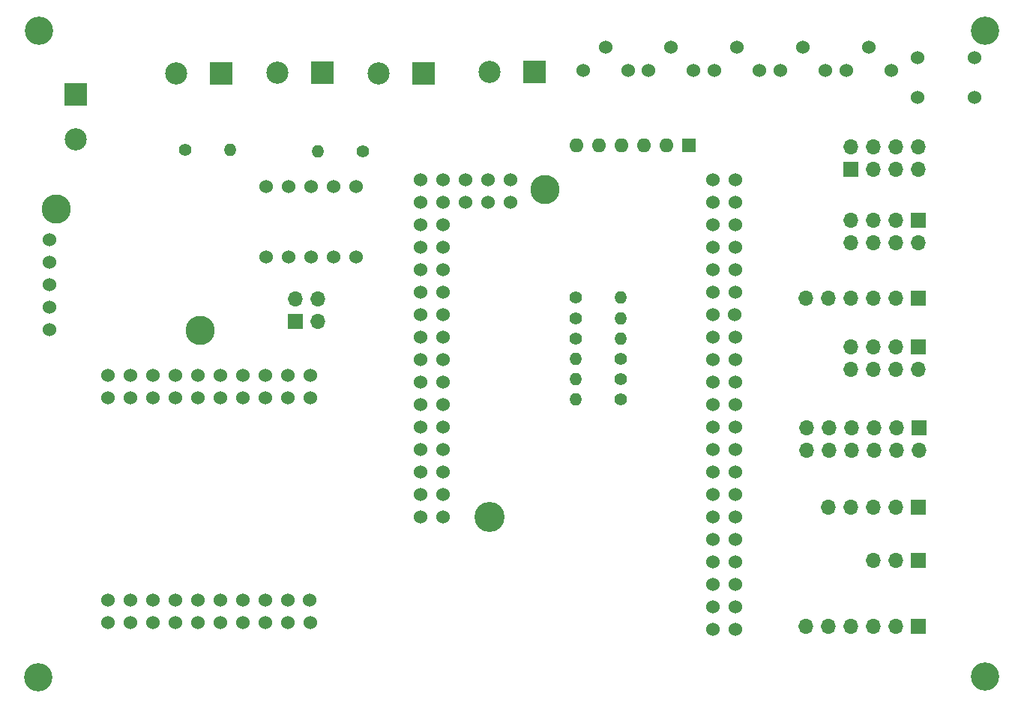
<source format=gbr>
%TF.GenerationSoftware,KiCad,Pcbnew,(6.0.0-0)*%
%TF.CreationDate,2022-02-23T10:17:13-05:00*%
%TF.ProjectId,LED_Controller_Without_Level_Shifter,4c45445f-436f-46e7-9472-6f6c6c65725f,1.0*%
%TF.SameCoordinates,Original*%
%TF.FileFunction,Soldermask,Top*%
%TF.FilePolarity,Negative*%
%FSLAX46Y46*%
G04 Gerber Fmt 4.6, Leading zero omitted, Abs format (unit mm)*
G04 Created by KiCad (PCBNEW (6.0.0-0)) date 2022-02-23 10:17:13*
%MOMM*%
%LPD*%
G01*
G04 APERTURE LIST*
%ADD10C,1.524000*%
%ADD11C,3.400000*%
%ADD12C,3.300000*%
%ADD13R,2.500000X2.500000*%
%ADD14C,2.500000*%
%ADD15R,1.700000X1.700000*%
%ADD16O,1.700000X1.700000*%
%ADD17C,1.400000*%
%ADD18O,1.400000X1.400000*%
%ADD19R,1.600000X1.600000*%
%ADD20O,1.600000X1.600000*%
%ADD21C,3.200000*%
G04 APERTURE END LIST*
D10*
%TO.C,U4*%
X165770000Y-123550000D03*
X168310000Y-123550000D03*
X165770000Y-118470000D03*
X168310000Y-118470000D03*
X165770000Y-115930000D03*
X168310000Y-115930000D03*
X165780000Y-113390000D03*
X168310000Y-113390000D03*
X165770000Y-110850000D03*
X168310000Y-110850000D03*
X165770000Y-108310000D03*
X168310000Y-108310000D03*
X165770000Y-105770000D03*
X168310000Y-105770000D03*
X165770000Y-103230000D03*
X168310000Y-103230000D03*
X165770000Y-100690000D03*
X168310000Y-100690000D03*
X165770000Y-98150000D03*
X168310000Y-98150000D03*
X165780000Y-95610000D03*
X168230000Y-95610000D03*
X165780000Y-93070000D03*
X168310000Y-93070000D03*
X165770000Y-90530000D03*
X168310000Y-90530000D03*
X165770000Y-87990000D03*
X168310000Y-131170000D03*
X168310000Y-128630000D03*
D11*
X140530000Y-118470000D03*
D12*
X146820000Y-81440000D03*
D10*
X168310000Y-87990000D03*
X165770000Y-85450000D03*
X168310000Y-85450000D03*
X165770000Y-82910000D03*
X168310000Y-82910000D03*
X165770000Y-80370000D03*
X168310000Y-80370000D03*
X132750000Y-98150000D03*
X135290000Y-98150000D03*
X132750000Y-95610000D03*
X135290000Y-95610000D03*
X132750000Y-93070000D03*
X135290000Y-93070000D03*
X132750000Y-90530000D03*
X135290000Y-90530000D03*
X132750000Y-87990000D03*
X135290000Y-87990000D03*
X132750000Y-85450000D03*
X135290000Y-85450000D03*
X132750000Y-82910000D03*
X135290000Y-82910000D03*
X132750000Y-80370000D03*
X135290000Y-80370000D03*
X137840000Y-80370000D03*
X137830000Y-82910000D03*
X140370000Y-80370000D03*
X140370000Y-82910000D03*
X142910000Y-80370000D03*
X142910000Y-82910000D03*
X165770000Y-128630000D03*
X165770000Y-131170000D03*
X165770000Y-126090000D03*
X168310000Y-126090000D03*
X165770000Y-121010000D03*
X168310000Y-121010000D03*
X132750000Y-118470000D03*
X135290000Y-118470000D03*
X132750000Y-115930000D03*
X135290000Y-115930000D03*
X132750000Y-113390000D03*
X135290000Y-113390000D03*
X132750000Y-110850000D03*
X135290000Y-110850000D03*
X132750000Y-108310000D03*
X135290000Y-108310000D03*
X132750000Y-105770000D03*
X135290000Y-105770000D03*
X132750000Y-103230000D03*
X135290000Y-103230000D03*
X132750000Y-100690000D03*
X135290000Y-100690000D03*
%TD*%
%TO.C,U1*%
X90780000Y-87130000D03*
X90780000Y-89670000D03*
X90780000Y-92210000D03*
X90780000Y-94750000D03*
X90780000Y-97290000D03*
D12*
X91610000Y-83600000D03*
X107838800Y-97361200D03*
%TD*%
D10*
%TO.C,RV5*%
X178452500Y-67935000D03*
X175912500Y-65325000D03*
X173372500Y-67935000D03*
%TD*%
D13*
%TO.C,J1*%
X93790000Y-70645000D03*
D14*
X93790000Y-75725000D03*
%TD*%
D13*
%TO.C,J2*%
X110180000Y-68280000D03*
D14*
X105100000Y-68280000D03*
%TD*%
D13*
%TO.C,J3*%
X133045000Y-68280000D03*
D14*
X127965000Y-68280000D03*
%TD*%
D13*
%TO.C,J4*%
X121615000Y-68254000D03*
D14*
X116535000Y-68254000D03*
%TD*%
D15*
%TO.C,J5*%
X188930000Y-99250000D03*
D16*
X188930000Y-101790000D03*
X186390000Y-99250000D03*
X186390000Y-101790000D03*
X183850000Y-99250000D03*
X183850000Y-101790000D03*
X181310000Y-99250000D03*
X181310000Y-101790000D03*
%TD*%
D15*
%TO.C,J6*%
X189000000Y-108380000D03*
D16*
X189000000Y-110920000D03*
X186460000Y-108380000D03*
X186460000Y-110920000D03*
X183920000Y-108380000D03*
X183920000Y-110920000D03*
X181380000Y-108380000D03*
X181380000Y-110920000D03*
X178840000Y-108380000D03*
X178840000Y-110920000D03*
X176300000Y-108380000D03*
X176300000Y-110920000D03*
%TD*%
D15*
%TO.C,J7*%
X188976000Y-117334000D03*
D16*
X186436000Y-117334000D03*
X183896000Y-117334000D03*
X181356000Y-117334000D03*
X178816000Y-117334000D03*
%TD*%
D15*
%TO.C,J8*%
X188976000Y-130810000D03*
D16*
X186436000Y-130810000D03*
X183896000Y-130810000D03*
X181356000Y-130810000D03*
X178816000Y-130810000D03*
X176276000Y-130810000D03*
%TD*%
D15*
%TO.C,J9*%
X181320000Y-79145000D03*
D16*
X181320000Y-76605000D03*
X183860000Y-79145000D03*
X183860000Y-76605000D03*
X186400000Y-79145000D03*
X186400000Y-76605000D03*
X188940000Y-79145000D03*
X188940000Y-76605000D03*
%TD*%
D15*
%TO.C,J10*%
X188920000Y-84885000D03*
D16*
X188920000Y-87425000D03*
X186380000Y-84885000D03*
X186380000Y-87425000D03*
X183840000Y-84885000D03*
X183840000Y-87425000D03*
X181300000Y-84885000D03*
X181300000Y-87425000D03*
%TD*%
D15*
%TO.C,J11*%
X188951000Y-93751000D03*
D16*
X186411000Y-93751000D03*
X183871000Y-93751000D03*
X181331000Y-93751000D03*
X178791000Y-93751000D03*
X176251000Y-93751000D03*
%TD*%
D17*
%TO.C,R2*%
X155290000Y-102822000D03*
D18*
X150210000Y-102822000D03*
%TD*%
D17*
%TO.C,R3*%
X155290000Y-100534000D03*
D18*
X150210000Y-100534000D03*
%TD*%
D17*
%TO.C,R4*%
X150210000Y-98246000D03*
D18*
X155290000Y-98246000D03*
%TD*%
D17*
%TO.C,R5*%
X150210000Y-95958000D03*
D18*
X155290000Y-95958000D03*
%TD*%
D17*
%TO.C,R6*%
X150210000Y-93670000D03*
D18*
X155290000Y-93670000D03*
%TD*%
D19*
%TO.C,RN1*%
X163068000Y-76454000D03*
D20*
X160528000Y-76454000D03*
X157988000Y-76454000D03*
X155448000Y-76454000D03*
X152908000Y-76454000D03*
X150368000Y-76454000D03*
%TD*%
D10*
%TO.C,U2*%
X105015400Y-130406600D03*
X120205400Y-127866600D03*
X102475400Y-130406600D03*
X117715400Y-127866600D03*
X107555400Y-130406600D03*
X105015400Y-105000600D03*
X112635400Y-105000600D03*
X110095400Y-105000600D03*
X112635400Y-127866600D03*
X115175400Y-127866600D03*
X107555400Y-105000600D03*
X107555400Y-127866600D03*
X115175400Y-105000600D03*
X110095400Y-127866600D03*
X112635400Y-130406600D03*
X110095400Y-102460600D03*
X107555400Y-102460600D03*
X112635400Y-102460600D03*
X115175400Y-102460600D03*
X105015400Y-127866600D03*
X120255400Y-130406600D03*
X120255400Y-102460600D03*
X102475400Y-127866600D03*
X102475400Y-105000600D03*
X99935400Y-127866600D03*
X97395400Y-127866600D03*
X110095400Y-130406600D03*
X99935400Y-130406600D03*
X97395400Y-130406600D03*
X120255400Y-105000600D03*
X117715400Y-105000600D03*
X99935400Y-105000600D03*
X97395400Y-105000600D03*
X117715400Y-102460600D03*
X105015400Y-102460600D03*
X102475400Y-102460600D03*
X99935400Y-102460600D03*
X97395400Y-102460600D03*
X115175400Y-130406600D03*
X117715400Y-130406600D03*
%TD*%
D17*
%TO.C,R1*%
X155290000Y-105110000D03*
D18*
X150210000Y-105110000D03*
%TD*%
D10*
%TO.C,SW1*%
X125476000Y-81089000D03*
X122936000Y-81089000D03*
X120396000Y-81089000D03*
X117856000Y-81089000D03*
X115316000Y-81089000D03*
X115316000Y-89091000D03*
X117856000Y-89091000D03*
X120396000Y-89091000D03*
X122936000Y-89091000D03*
X125476000Y-89091000D03*
%TD*%
%TO.C,SW2*%
X188820000Y-71020000D03*
X188820000Y-66520000D03*
X195320000Y-71020000D03*
X195320000Y-66520000D03*
%TD*%
%TO.C,RV1*%
X156140000Y-67935000D03*
X153600000Y-65325000D03*
X151060000Y-67935000D03*
%TD*%
%TO.C,RV2*%
X171015000Y-67935000D03*
X168475000Y-65325000D03*
X165935000Y-67935000D03*
%TD*%
%TO.C,RV3*%
X185890000Y-67935000D03*
X183350000Y-65325000D03*
X180810000Y-67935000D03*
%TD*%
%TO.C,RV4*%
X163577500Y-67935000D03*
X161037500Y-65325000D03*
X158497500Y-67935000D03*
%TD*%
D15*
%TO.C,J13*%
X118545000Y-96315000D03*
D16*
X118545000Y-93775000D03*
X121085000Y-96315000D03*
X121085000Y-93775000D03*
%TD*%
D15*
%TO.C,J13*%
X188975000Y-123340000D03*
D16*
X186435000Y-123340000D03*
X183895000Y-123340000D03*
%TD*%
D21*
%TO.C,REF\u002A\u002A*%
X196480000Y-136460000D03*
%TD*%
%TO.C,REF\u002A\u002A*%
X89662000Y-63500000D03*
%TD*%
D17*
%TO.C,R7*%
X106172000Y-76962000D03*
D18*
X111252000Y-76962000D03*
%TD*%
D21*
%TO.C,REF\u002A\u002A*%
X89580000Y-136520000D03*
%TD*%
D17*
%TO.C,R8*%
X126238000Y-77140000D03*
D18*
X121158000Y-77140000D03*
%TD*%
D21*
%TO.C,REF\u002A\u002A*%
X196510000Y-63490000D03*
%TD*%
D13*
%TO.C,J12*%
X145625000Y-68170000D03*
D14*
X140545000Y-68170000D03*
%TD*%
M02*

</source>
